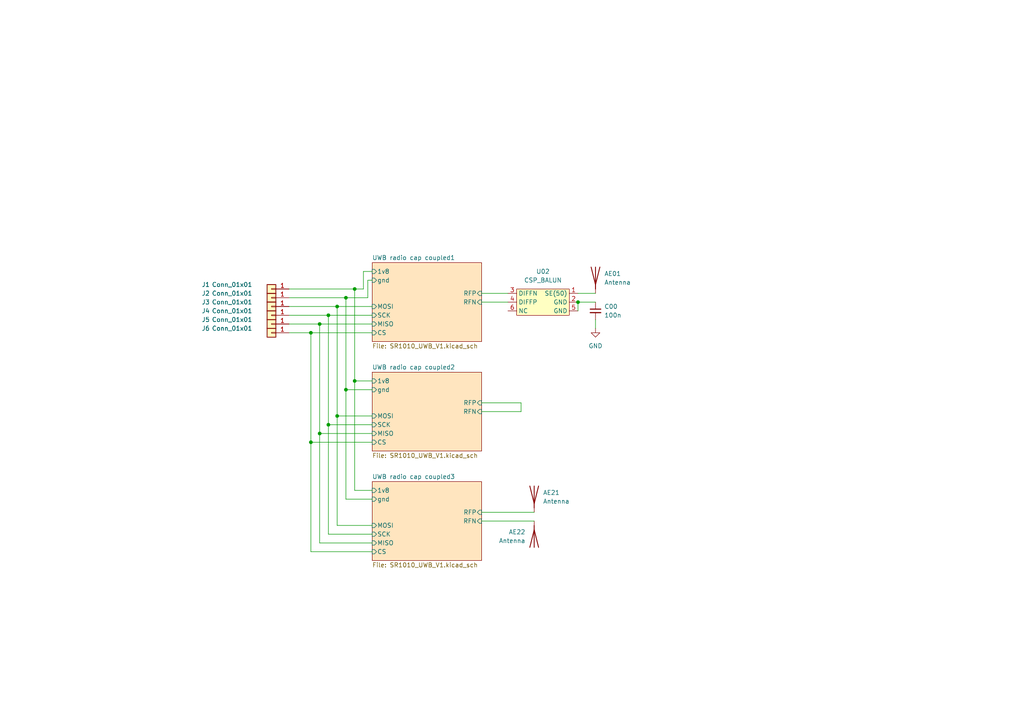
<source format=kicad_sch>
(kicad_sch (version 20211123) (generator eeschema)

  (uuid e63e39d7-6ac0-4ffd-8aa3-1841a4541b55)

  (paper "A4")

  (lib_symbols
    (symbol "0_kicad_custom_symbols:CSP_BALUN" (in_bom yes) (on_board yes)
      (property "Reference" "U" (id 0) (at 0 5.08 0)
        (effects (font (size 1.27 1.27)))
      )
      (property "Value" "CSP_BALUN" (id 1) (at 0 5.08 0)
        (effects (font (size 1.27 1.27)))
      )
      (property "Footprint" "" (id 2) (at 0 5.08 0)
        (effects (font (size 1.27 1.27)) hide)
      )
      (property "Datasheet" "" (id 3) (at 0 5.08 0)
        (effects (font (size 1.27 1.27)) hide)
      )
      (symbol "CSP_BALUN_0_0"
        (pin unspecified line (at 10.16 2.54 180) (length 2.54)
          (name "SE(50)" (effects (font (size 1.27 1.27))))
          (number "1" (effects (font (size 1.27 1.27))))
        )
        (pin unspecified line (at 10.16 0 180) (length 2.54)
          (name "GND" (effects (font (size 1.27 1.27))))
          (number "2" (effects (font (size 1.27 1.27))))
        )
        (pin unspecified line (at -10.16 2.54 0) (length 2.54)
          (name "DIFFN" (effects (font (size 1.27 1.27))))
          (number "3" (effects (font (size 1.27 1.27))))
        )
        (pin unspecified line (at -10.16 0 0) (length 2.54)
          (name "DIFFP" (effects (font (size 1.27 1.27))))
          (number "4" (effects (font (size 1.27 1.27))))
        )
        (pin unspecified line (at 10.16 -2.54 180) (length 2.54)
          (name "GND" (effects (font (size 1.27 1.27))))
          (number "5" (effects (font (size 1.27 1.27))))
        )
        (pin unspecified line (at -10.16 -2.54 0) (length 2.54)
          (name "NC" (effects (font (size 1.27 1.27))))
          (number "6" (effects (font (size 1.27 1.27))))
        )
      )
      (symbol "CSP_BALUN_0_1"
        (rectangle (start -7.62 -3.81) (end 7.62 3.81)
          (stroke (width 0) (type default) (color 0 0 0 0))
          (fill (type background))
        )
      )
    )
    (symbol "Connector_Generic:Conn_01x01" (pin_names (offset 1.016) hide) (in_bom yes) (on_board yes)
      (property "Reference" "J" (id 0) (at 0 2.54 0)
        (effects (font (size 1.27 1.27)))
      )
      (property "Value" "Conn_01x01" (id 1) (at 0 -2.54 0)
        (effects (font (size 1.27 1.27)))
      )
      (property "Footprint" "" (id 2) (at 0 0 0)
        (effects (font (size 1.27 1.27)) hide)
      )
      (property "Datasheet" "~" (id 3) (at 0 0 0)
        (effects (font (size 1.27 1.27)) hide)
      )
      (property "ki_keywords" "connector" (id 4) (at 0 0 0)
        (effects (font (size 1.27 1.27)) hide)
      )
      (property "ki_description" "Generic connector, single row, 01x01, script generated (kicad-library-utils/schlib/autogen/connector/)" (id 5) (at 0 0 0)
        (effects (font (size 1.27 1.27)) hide)
      )
      (property "ki_fp_filters" "Connector*:*_1x??_*" (id 6) (at 0 0 0)
        (effects (font (size 1.27 1.27)) hide)
      )
      (symbol "Conn_01x01_1_1"
        (rectangle (start -1.27 0.127) (end 0 -0.127)
          (stroke (width 0.1524) (type default) (color 0 0 0 0))
          (fill (type none))
        )
        (rectangle (start -1.27 1.27) (end 1.27 -1.27)
          (stroke (width 0.254) (type default) (color 0 0 0 0))
          (fill (type background))
        )
        (pin passive line (at -5.08 0 0) (length 3.81)
          (name "Pin_1" (effects (font (size 1.27 1.27))))
          (number "1" (effects (font (size 1.27 1.27))))
        )
      )
    )
    (symbol "Device:Antenna" (pin_numbers hide) (pin_names (offset 1.016) hide) (in_bom yes) (on_board yes)
      (property "Reference" "AE" (id 0) (at -1.905 1.905 0)
        (effects (font (size 1.27 1.27)) (justify right))
      )
      (property "Value" "Antenna" (id 1) (at -1.905 0 0)
        (effects (font (size 1.27 1.27)) (justify right))
      )
      (property "Footprint" "" (id 2) (at 0 0 0)
        (effects (font (size 1.27 1.27)) hide)
      )
      (property "Datasheet" "~" (id 3) (at 0 0 0)
        (effects (font (size 1.27 1.27)) hide)
      )
      (property "ki_keywords" "antenna" (id 4) (at 0 0 0)
        (effects (font (size 1.27 1.27)) hide)
      )
      (property "ki_description" "Antenna" (id 5) (at 0 0 0)
        (effects (font (size 1.27 1.27)) hide)
      )
      (symbol "Antenna_0_1"
        (polyline
          (pts
            (xy 0 2.54)
            (xy 0 -3.81)
          )
          (stroke (width 0.254) (type default) (color 0 0 0 0))
          (fill (type none))
        )
        (polyline
          (pts
            (xy 1.27 2.54)
            (xy 0 -2.54)
            (xy -1.27 2.54)
          )
          (stroke (width 0.254) (type default) (color 0 0 0 0))
          (fill (type none))
        )
      )
      (symbol "Antenna_1_1"
        (pin input line (at 0 -5.08 90) (length 2.54)
          (name "A" (effects (font (size 1.27 1.27))))
          (number "1" (effects (font (size 1.27 1.27))))
        )
      )
    )
    (symbol "Device:C_Small" (pin_numbers hide) (pin_names (offset 0.254) hide) (in_bom yes) (on_board yes)
      (property "Reference" "C" (id 0) (at 0.254 1.778 0)
        (effects (font (size 1.27 1.27)) (justify left))
      )
      (property "Value" "C_Small" (id 1) (at 0.254 -2.032 0)
        (effects (font (size 1.27 1.27)) (justify left))
      )
      (property "Footprint" "" (id 2) (at 0 0 0)
        (effects (font (size 1.27 1.27)) hide)
      )
      (property "Datasheet" "~" (id 3) (at 0 0 0)
        (effects (font (size 1.27 1.27)) hide)
      )
      (property "ki_keywords" "capacitor cap" (id 4) (at 0 0 0)
        (effects (font (size 1.27 1.27)) hide)
      )
      (property "ki_description" "Unpolarized capacitor, small symbol" (id 5) (at 0 0 0)
        (effects (font (size 1.27 1.27)) hide)
      )
      (property "ki_fp_filters" "C_*" (id 6) (at 0 0 0)
        (effects (font (size 1.27 1.27)) hide)
      )
      (symbol "C_Small_0_1"
        (polyline
          (pts
            (xy -1.524 -0.508)
            (xy 1.524 -0.508)
          )
          (stroke (width 0.3302) (type default) (color 0 0 0 0))
          (fill (type none))
        )
        (polyline
          (pts
            (xy -1.524 0.508)
            (xy 1.524 0.508)
          )
          (stroke (width 0.3048) (type default) (color 0 0 0 0))
          (fill (type none))
        )
      )
      (symbol "C_Small_1_1"
        (pin passive line (at 0 2.54 270) (length 2.032)
          (name "~" (effects (font (size 1.27 1.27))))
          (number "1" (effects (font (size 1.27 1.27))))
        )
        (pin passive line (at 0 -2.54 90) (length 2.032)
          (name "~" (effects (font (size 1.27 1.27))))
          (number "2" (effects (font (size 1.27 1.27))))
        )
      )
    )
    (symbol "power:GND" (power) (pin_names (offset 0)) (in_bom yes) (on_board yes)
      (property "Reference" "#PWR" (id 0) (at 0 -6.35 0)
        (effects (font (size 1.27 1.27)) hide)
      )
      (property "Value" "GND" (id 1) (at 0 -3.81 0)
        (effects (font (size 1.27 1.27)))
      )
      (property "Footprint" "" (id 2) (at 0 0 0)
        (effects (font (size 1.27 1.27)) hide)
      )
      (property "Datasheet" "" (id 3) (at 0 0 0)
        (effects (font (size 1.27 1.27)) hide)
      )
      (property "ki_keywords" "power-flag" (id 4) (at 0 0 0)
        (effects (font (size 1.27 1.27)) hide)
      )
      (property "ki_description" "Power symbol creates a global label with name \"GND\" , ground" (id 5) (at 0 0 0)
        (effects (font (size 1.27 1.27)) hide)
      )
      (symbol "GND_0_1"
        (polyline
          (pts
            (xy 0 0)
            (xy 0 -1.27)
            (xy 1.27 -1.27)
            (xy 0 -2.54)
            (xy -1.27 -1.27)
            (xy 0 -1.27)
          )
          (stroke (width 0) (type default) (color 0 0 0 0))
          (fill (type none))
        )
      )
      (symbol "GND_1_1"
        (pin power_in line (at 0 0 270) (length 0) hide
          (name "GND" (effects (font (size 1.27 1.27))))
          (number "1" (effects (font (size 1.27 1.27))))
        )
      )
    )
  )

  (junction (at 95.25 91.44) (diameter 0) (color 0 0 0 0)
    (uuid 2c0560a1-be8a-48a3-8a3c-5e7d8de9fd5f)
  )
  (junction (at 102.87 83.82) (diameter 0) (color 0 0 0 0)
    (uuid 2d22f6f5-2b82-402b-ab77-8bbcfb8e8184)
  )
  (junction (at 167.64 87.63) (diameter 0) (color 0 0 0 0)
    (uuid 3a370002-6dfb-4cf9-b2d5-b8555038e786)
  )
  (junction (at 97.79 88.9) (diameter 0) (color 0 0 0 0)
    (uuid 46abeb86-7085-4942-929a-321e8e945b92)
  )
  (junction (at 90.17 128.27) (diameter 0) (color 0 0 0 0)
    (uuid 5174458f-93e5-4333-84ff-ed00e3163591)
  )
  (junction (at 100.33 113.03) (diameter 0) (color 0 0 0 0)
    (uuid 5dfd1e70-9b84-4a08-ac8e-b6eb1cee1aa0)
  )
  (junction (at 92.71 125.73) (diameter 0) (color 0 0 0 0)
    (uuid 7bcf101c-a91f-4953-8f7c-09e80916611d)
  )
  (junction (at 97.79 120.65) (diameter 0) (color 0 0 0 0)
    (uuid 7d3c4a1a-bf02-48cd-b874-1fc171fc6c34)
  )
  (junction (at 90.17 96.52) (diameter 0) (color 0 0 0 0)
    (uuid 812cb2a6-c129-466b-9403-8be9ad5fe9be)
  )
  (junction (at 95.25 123.19) (diameter 0) (color 0 0 0 0)
    (uuid c2272224-439e-4ecb-954c-2ddc8fa69d71)
  )
  (junction (at 102.87 110.49) (diameter 0) (color 0 0 0 0)
    (uuid e99fa8e5-2b99-4b05-a15d-7d9303c111cb)
  )
  (junction (at 100.33 86.36) (diameter 0) (color 0 0 0 0)
    (uuid ed4c2d07-6b7d-4f00-b854-50e86e489075)
  )
  (junction (at 92.71 93.98) (diameter 0) (color 0 0 0 0)
    (uuid fafa9691-72ad-48f3-aea2-c2b0153d7f2f)
  )

  (wire (pts (xy 97.79 152.4) (xy 107.95 152.4))
    (stroke (width 0) (type default) (color 0 0 0 0))
    (uuid 03cbd7d3-5814-4cd2-946f-a48008c3928c)
  )
  (wire (pts (xy 90.17 128.27) (xy 90.17 96.52))
    (stroke (width 0) (type default) (color 0 0 0 0))
    (uuid 08fc19db-5f0e-4c4b-886b-bfb52488832f)
  )
  (wire (pts (xy 83.82 93.98) (xy 92.71 93.98))
    (stroke (width 0) (type default) (color 0 0 0 0))
    (uuid 09e1c584-5ec3-461b-838c-6f8b3ed69c40)
  )
  (wire (pts (xy 95.25 91.44) (xy 107.95 91.44))
    (stroke (width 0) (type default) (color 0 0 0 0))
    (uuid 1043c7c7-45da-49b1-8c79-9e93872455d5)
  )
  (wire (pts (xy 107.95 110.49) (xy 102.87 110.49))
    (stroke (width 0) (type default) (color 0 0 0 0))
    (uuid 1230f0dd-b101-4592-947b-7227aae1f242)
  )
  (wire (pts (xy 90.17 160.02) (xy 107.95 160.02))
    (stroke (width 0) (type default) (color 0 0 0 0))
    (uuid 13c68a0d-8683-4856-a80e-9c1618a2a262)
  )
  (wire (pts (xy 102.87 110.49) (xy 102.87 142.24))
    (stroke (width 0) (type default) (color 0 0 0 0))
    (uuid 1acddd9b-72c7-4d81-9a31-840b992fbc61)
  )
  (wire (pts (xy 167.64 87.63) (xy 172.72 87.63))
    (stroke (width 0) (type default) (color 0 0 0 0))
    (uuid 21e909d4-b890-41d8-8cfa-0cff184ecafa)
  )
  (wire (pts (xy 106.68 86.36) (xy 106.68 81.28))
    (stroke (width 0) (type default) (color 0 0 0 0))
    (uuid 2f977fd8-8e6a-4147-8e9d-217e0e9657cc)
  )
  (wire (pts (xy 83.82 83.82) (xy 102.87 83.82))
    (stroke (width 0) (type default) (color 0 0 0 0))
    (uuid 368f333d-218a-4bbd-9879-5d241ee7cf84)
  )
  (wire (pts (xy 97.79 120.65) (xy 97.79 152.4))
    (stroke (width 0) (type default) (color 0 0 0 0))
    (uuid 3bcb29e1-14ac-4f15-85fd-c6f27bfc14fc)
  )
  (wire (pts (xy 107.95 125.73) (xy 92.71 125.73))
    (stroke (width 0) (type default) (color 0 0 0 0))
    (uuid 49a5c769-59d5-4226-b40b-06ec28458d70)
  )
  (wire (pts (xy 102.87 83.82) (xy 105.41 83.82))
    (stroke (width 0) (type default) (color 0 0 0 0))
    (uuid 4f417245-fa67-4dc2-b01e-ab45db6a31a4)
  )
  (wire (pts (xy 83.82 91.44) (xy 95.25 91.44))
    (stroke (width 0) (type default) (color 0 0 0 0))
    (uuid 4f569537-f4ae-4444-9b63-80f00b8e3ea0)
  )
  (wire (pts (xy 97.79 88.9) (xy 107.95 88.9))
    (stroke (width 0) (type default) (color 0 0 0 0))
    (uuid 53ddb89e-87bf-472e-8663-d4f24f779e3a)
  )
  (wire (pts (xy 167.64 85.09) (xy 172.72 85.09))
    (stroke (width 0) (type default) (color 0 0 0 0))
    (uuid 54995839-eb8f-4aad-8b6a-fe523a971ba9)
  )
  (wire (pts (xy 151.13 119.38) (xy 151.13 116.84))
    (stroke (width 0) (type default) (color 0 0 0 0))
    (uuid 594c529b-52bc-4417-bf44-e3ca6254c640)
  )
  (wire (pts (xy 167.64 87.63) (xy 167.64 90.17))
    (stroke (width 0) (type default) (color 0 0 0 0))
    (uuid 5d367779-3fe0-43a6-8cbd-264e98867a9d)
  )
  (wire (pts (xy 90.17 96.52) (xy 107.95 96.52))
    (stroke (width 0) (type default) (color 0 0 0 0))
    (uuid 5fa74d2c-cca7-4a3d-a735-d625f8ff77b5)
  )
  (wire (pts (xy 100.33 113.03) (xy 100.33 86.36))
    (stroke (width 0) (type default) (color 0 0 0 0))
    (uuid 63e08e98-e111-4eef-b64d-39dcda4e54df)
  )
  (wire (pts (xy 107.95 128.27) (xy 90.17 128.27))
    (stroke (width 0) (type default) (color 0 0 0 0))
    (uuid 689bab9a-ca2a-4ac0-87f3-7c0e00176f5c)
  )
  (wire (pts (xy 172.72 92.71) (xy 172.72 95.25))
    (stroke (width 0) (type default) (color 0 0 0 0))
    (uuid 70c8fa6e-1496-4703-b76e-540c82b69fbd)
  )
  (wire (pts (xy 139.7 116.84) (xy 151.13 116.84))
    (stroke (width 0) (type default) (color 0 0 0 0))
    (uuid 76ad91e6-9253-4b15-bac7-5ed6305dc47c)
  )
  (wire (pts (xy 97.79 120.65) (xy 97.79 88.9))
    (stroke (width 0) (type default) (color 0 0 0 0))
    (uuid 7dd256b7-3768-4d97-b648-2bd776457a19)
  )
  (wire (pts (xy 139.7 85.09) (xy 147.32 85.09))
    (stroke (width 0) (type default) (color 0 0 0 0))
    (uuid 7fcae3f4-1b1c-4f9f-9cfd-4e598b5e1488)
  )
  (wire (pts (xy 90.17 128.27) (xy 90.17 160.02))
    (stroke (width 0) (type default) (color 0 0 0 0))
    (uuid 83c76e57-a0a1-415f-8454-6629a89b4037)
  )
  (wire (pts (xy 83.82 96.52) (xy 90.17 96.52))
    (stroke (width 0) (type default) (color 0 0 0 0))
    (uuid 8885be88-c4e7-4b1a-b1bf-18ae7a503cb8)
  )
  (wire (pts (xy 105.41 78.74) (xy 107.95 78.74))
    (stroke (width 0) (type default) (color 0 0 0 0))
    (uuid 9b664edd-9026-46e2-9164-e2b4169d7d7f)
  )
  (wire (pts (xy 92.71 125.73) (xy 92.71 93.98))
    (stroke (width 0) (type default) (color 0 0 0 0))
    (uuid 9e12f23a-1315-4757-abf2-1ad2052209d3)
  )
  (wire (pts (xy 83.82 86.36) (xy 100.33 86.36))
    (stroke (width 0) (type default) (color 0 0 0 0))
    (uuid 9f220d5f-280d-4478-afe0-8bd1f21c3777)
  )
  (wire (pts (xy 105.41 83.82) (xy 105.41 78.74))
    (stroke (width 0) (type default) (color 0 0 0 0))
    (uuid 9ff6293b-68f9-43a8-970e-2fb5515952e5)
  )
  (wire (pts (xy 92.71 125.73) (xy 92.71 157.48))
    (stroke (width 0) (type default) (color 0 0 0 0))
    (uuid a9a920e0-1a13-4508-9b51-cf322df63cee)
  )
  (wire (pts (xy 100.33 113.03) (xy 100.33 144.78))
    (stroke (width 0) (type default) (color 0 0 0 0))
    (uuid aa5fd532-d2e8-4f39-8f10-828acadeef82)
  )
  (wire (pts (xy 106.68 81.28) (xy 107.95 81.28))
    (stroke (width 0) (type default) (color 0 0 0 0))
    (uuid ad7f7a2c-ee50-4b3a-89de-84afdf3f8972)
  )
  (wire (pts (xy 139.7 87.63) (xy 147.32 87.63))
    (stroke (width 0) (type default) (color 0 0 0 0))
    (uuid ae39b3a6-51bc-480c-b573-0d260721f9c1)
  )
  (wire (pts (xy 102.87 110.49) (xy 102.87 83.82))
    (stroke (width 0) (type default) (color 0 0 0 0))
    (uuid ae5a2be3-bd5c-43f1-bd05-9cb0517bf349)
  )
  (wire (pts (xy 92.71 93.98) (xy 107.95 93.98))
    (stroke (width 0) (type default) (color 0 0 0 0))
    (uuid b627b1e0-2551-4a73-b76f-68cbe83b5123)
  )
  (wire (pts (xy 139.7 151.13) (xy 154.94 151.13))
    (stroke (width 0) (type default) (color 0 0 0 0))
    (uuid b7a8345b-f7f9-40ae-af11-a969c1d7c015)
  )
  (wire (pts (xy 102.87 142.24) (xy 107.95 142.24))
    (stroke (width 0) (type default) (color 0 0 0 0))
    (uuid b7c201c6-6e19-4b5b-ae63-1a06b7c88388)
  )
  (wire (pts (xy 95.25 123.19) (xy 95.25 91.44))
    (stroke (width 0) (type default) (color 0 0 0 0))
    (uuid c12aed5b-8906-4dc9-9d64-f1c6ead5c7df)
  )
  (wire (pts (xy 92.71 157.48) (xy 107.95 157.48))
    (stroke (width 0) (type default) (color 0 0 0 0))
    (uuid c465fa13-89b3-4ccb-9184-87067eb64f1d)
  )
  (wire (pts (xy 107.95 120.65) (xy 97.79 120.65))
    (stroke (width 0) (type default) (color 0 0 0 0))
    (uuid cc866a56-95f7-4062-90c1-5b0572fb8b19)
  )
  (wire (pts (xy 139.7 119.38) (xy 151.13 119.38))
    (stroke (width 0) (type default) (color 0 0 0 0))
    (uuid d265ef25-815b-4449-8e80-993ed9de3b79)
  )
  (wire (pts (xy 107.95 113.03) (xy 100.33 113.03))
    (stroke (width 0) (type default) (color 0 0 0 0))
    (uuid d4266619-f8f5-4b63-8105-32ca88cbcde3)
  )
  (wire (pts (xy 107.95 123.19) (xy 95.25 123.19))
    (stroke (width 0) (type default) (color 0 0 0 0))
    (uuid d484472b-64db-4113-8d3c-2710304d33c7)
  )
  (wire (pts (xy 139.7 148.59) (xy 154.94 148.59))
    (stroke (width 0) (type default) (color 0 0 0 0))
    (uuid dcb796bd-7d5d-4050-a0d5-64ace7258a87)
  )
  (wire (pts (xy 95.25 123.19) (xy 95.25 154.94))
    (stroke (width 0) (type default) (color 0 0 0 0))
    (uuid df71d3c0-057d-4093-8c72-be4d6bfde21e)
  )
  (wire (pts (xy 95.25 154.94) (xy 107.95 154.94))
    (stroke (width 0) (type default) (color 0 0 0 0))
    (uuid e752efd5-90a7-410f-8853-5ef847e7d5a6)
  )
  (wire (pts (xy 100.33 86.36) (xy 106.68 86.36))
    (stroke (width 0) (type default) (color 0 0 0 0))
    (uuid e82b6e74-eaa8-4ebc-9db9-ea857a3fb2c2)
  )
  (wire (pts (xy 100.33 144.78) (xy 107.95 144.78))
    (stroke (width 0) (type default) (color 0 0 0 0))
    (uuid ef5948f2-1d53-4df4-88c7-6d047aa8e1e1)
  )
  (wire (pts (xy 83.82 88.9) (xy 97.79 88.9))
    (stroke (width 0) (type default) (color 0 0 0 0))
    (uuid fdd59a49-85df-432b-8281-978432e051b8)
  )

  (symbol (lib_id "power:GND") (at 172.72 95.25 0) (unit 1)
    (in_bom yes) (on_board yes) (fields_autoplaced)
    (uuid 153a91b1-4ee0-44bd-814e-7bf2ce10885e)
    (property "Reference" "#PWR0101" (id 0) (at 172.72 101.6 0)
      (effects (font (size 1.27 1.27)) hide)
    )
    (property "Value" "GND" (id 1) (at 172.72 100.33 0))
    (property "Footprint" "" (id 2) (at 172.72 95.25 0)
      (effects (font (size 1.27 1.27)) hide)
    )
    (property "Datasheet" "" (id 3) (at 172.72 95.25 0)
      (effects (font (size 1.27 1.27)) hide)
    )
    (pin "1" (uuid 6117cdd0-e954-44ae-9cb6-01b213233995))
  )

  (symbol (lib_id "0_kicad_custom_symbols:CSP_BALUN") (at 157.48 87.63 0) (unit 1)
    (in_bom yes) (on_board yes) (fields_autoplaced)
    (uuid 233babc5-2ee1-4db1-a7ad-33f8202317a2)
    (property "Reference" "U02" (id 0) (at 157.48 78.74 0))
    (property "Value" "" (id 1) (at 157.48 81.28 0))
    (property "Footprint" "" (id 2) (at 157.48 82.55 0)
      (effects (font (size 1.27 1.27)) hide)
    )
    (property "Datasheet" "" (id 3) (at 157.48 82.55 0)
      (effects (font (size 1.27 1.27)) hide)
    )
    (pin "1" (uuid 889ba065-15cd-421a-9b3b-2a69ee0dbb69))
    (pin "2" (uuid 67f7c7e2-0a64-4171-a682-a58f674ffadf))
    (pin "3" (uuid 52e2e555-5cbc-4500-8e76-af1e99c56847))
    (pin "4" (uuid 6b12f707-5f00-4a64-ac29-512c3f0dd805))
    (pin "5" (uuid f374a6dc-64dc-46d2-b4bc-21569de6c265))
    (pin "6" (uuid 11dc7b22-523b-476c-bf9d-aa8b360a1a8c))
  )

  (symbol (lib_id "Device:Antenna") (at 154.94 143.51 0) (unit 1)
    (in_bom yes) (on_board yes) (fields_autoplaced)
    (uuid 34c5eb1d-4656-4b1d-a728-bd5e215602f2)
    (property "Reference" "AE21" (id 0) (at 157.48 142.8749 0)
      (effects (font (size 1.27 1.27)) (justify left))
    )
    (property "Value" "" (id 1) (at 157.48 145.4149 0)
      (effects (font (size 1.27 1.27)) (justify left))
    )
    (property "Footprint" "" (id 2) (at 154.94 143.51 0)
      (effects (font (size 1.27 1.27)) hide)
    )
    (property "Datasheet" "~" (id 3) (at 154.94 143.51 0)
      (effects (font (size 1.27 1.27)) hide)
    )
    (pin "1" (uuid bd37c047-9e42-41a0-8fe2-b2b69456c1de))
  )

  (symbol (lib_id "Connector_Generic:Conn_01x01") (at 78.74 93.98 0) (mirror y) (unit 1)
    (in_bom yes) (on_board yes)
    (uuid 3b96ccb3-b75a-4958-bc8f-be376da47b6e)
    (property "Reference" "J5" (id 0) (at 59.69 92.71 0))
    (property "Value" "Conn_01x01" (id 1) (at 67.31 92.71 0))
    (property "Footprint" "0_kicad_custom_footprints:modular_pinhead_SMD" (id 2) (at 78.74 93.98 0)
      (effects (font (size 1.27 1.27)) hide)
    )
    (property "Datasheet" "~" (id 3) (at 78.74 93.98 0)
      (effects (font (size 1.27 1.27)) hide)
    )
    (pin "1" (uuid 77ed58e0-ee59-4a95-a02f-0c4394b9a6de))
  )

  (symbol (lib_id "Connector_Generic:Conn_01x01") (at 78.74 96.52 0) (mirror y) (unit 1)
    (in_bom yes) (on_board yes)
    (uuid 3d5c7888-e454-461a-a0d1-5e1bd640bedc)
    (property "Reference" "J6" (id 0) (at 59.69 95.25 0))
    (property "Value" "Conn_01x01" (id 1) (at 67.31 95.25 0))
    (property "Footprint" "0_kicad_custom_footprints:modular_pinhead_SMD" (id 2) (at 78.74 96.52 0)
      (effects (font (size 1.27 1.27)) hide)
    )
    (property "Datasheet" "~" (id 3) (at 78.74 96.52 0)
      (effects (font (size 1.27 1.27)) hide)
    )
    (pin "1" (uuid 43628d9e-2da7-480c-9fc1-77c71c730931))
  )

  (symbol (lib_id "Device:Antenna") (at 172.72 80.01 0) (unit 1)
    (in_bom yes) (on_board yes) (fields_autoplaced)
    (uuid 44915a0f-c0d5-4949-8d72-e43211cef045)
    (property "Reference" "AE01" (id 0) (at 175.26 79.3749 0)
      (effects (font (size 1.27 1.27)) (justify left))
    )
    (property "Value" "" (id 1) (at 175.26 81.9149 0)
      (effects (font (size 1.27 1.27)) (justify left))
    )
    (property "Footprint" "" (id 2) (at 172.72 80.01 0)
      (effects (font (size 1.27 1.27)) hide)
    )
    (property "Datasheet" "~" (id 3) (at 172.72 80.01 0)
      (effects (font (size 1.27 1.27)) hide)
    )
    (pin "1" (uuid 5ff544fd-8879-4d88-a0f2-45480ed2c6ca))
  )

  (symbol (lib_id "Device:C_Small") (at 172.72 90.17 0) (unit 1)
    (in_bom yes) (on_board yes) (fields_autoplaced)
    (uuid 4659fd43-4d86-4018-a328-f40242e3d627)
    (property "Reference" "C00" (id 0) (at 175.26 88.9062 0)
      (effects (font (size 1.27 1.27)) (justify left))
    )
    (property "Value" "" (id 1) (at 175.26 91.4462 0)
      (effects (font (size 1.27 1.27)) (justify left))
    )
    (property "Footprint" "" (id 2) (at 172.72 90.17 0)
      (effects (font (size 1.27 1.27)) hide)
    )
    (property "Datasheet" "~" (id 3) (at 172.72 90.17 0)
      (effects (font (size 1.27 1.27)) hide)
    )
    (pin "1" (uuid fb92f7c5-685b-46f7-a70f-f0b462599476))
    (pin "2" (uuid ba948a44-8586-41d4-a8a7-284a127bf462))
  )

  (symbol (lib_id "Connector_Generic:Conn_01x01") (at 78.74 91.44 0) (mirror y) (unit 1)
    (in_bom yes) (on_board yes)
    (uuid 792c2c64-934d-47af-bba0-c9377fd4d2fb)
    (property "Reference" "J4" (id 0) (at 59.69 90.17 0))
    (property "Value" "Conn_01x01" (id 1) (at 67.31 90.17 0))
    (property "Footprint" "0_kicad_custom_footprints:modular_pinhead_SMD" (id 2) (at 78.74 91.44 0)
      (effects (font (size 1.27 1.27)) hide)
    )
    (property "Datasheet" "~" (id 3) (at 78.74 91.44 0)
      (effects (font (size 1.27 1.27)) hide)
    )
    (pin "1" (uuid 7ecde13d-d15b-4020-8557-f02fa4e8d9c4))
  )

  (symbol (lib_id "Connector_Generic:Conn_01x01") (at 78.74 88.9 0) (mirror y) (unit 1)
    (in_bom yes) (on_board yes)
    (uuid a0bc57b4-f50a-47cc-84bc-1b41aac6508e)
    (property "Reference" "J3" (id 0) (at 59.69 87.63 0))
    (property "Value" "Conn_01x01" (id 1) (at 67.31 87.63 0))
    (property "Footprint" "0_kicad_custom_footprints:modular_pinhead_SMD" (id 2) (at 78.74 88.9 0)
      (effects (font (size 1.27 1.27)) hide)
    )
    (property "Datasheet" "~" (id 3) (at 78.74 88.9 0)
      (effects (font (size 1.27 1.27)) hide)
    )
    (pin "1" (uuid eb11fbc2-1bca-4e54-9802-2698d8ecdd3a))
  )

  (symbol (lib_id "Connector_Generic:Conn_01x01") (at 78.74 83.82 0) (mirror y) (unit 1)
    (in_bom yes) (on_board yes)
    (uuid cf9f6735-544d-422a-a8bc-793f159fb537)
    (property "Reference" "J1" (id 0) (at 59.69 82.55 0))
    (property "Value" "" (id 1) (at 67.31 82.55 0))
    (property "Footprint" "" (id 2) (at 78.74 83.82 0)
      (effects (font (size 1.27 1.27)) hide)
    )
    (property "Datasheet" "~" (id 3) (at 78.74 83.82 0)
      (effects (font (size 1.27 1.27)) hide)
    )
    (pin "1" (uuid 33b8c99d-37fd-4719-9565-842c84becac1))
  )

  (symbol (lib_id "Device:Antenna") (at 154.94 156.21 0) (mirror x) (unit 1)
    (in_bom yes) (on_board yes) (fields_autoplaced)
    (uuid dd4adb73-08d0-4806-9717-8f71d31c49f6)
    (property "Reference" "AE22" (id 0) (at 152.4 154.3049 0)
      (effects (font (size 1.27 1.27)) (justify right))
    )
    (property "Value" "" (id 1) (at 152.4 156.8449 0)
      (effects (font (size 1.27 1.27)) (justify right))
    )
    (property "Footprint" "" (id 2) (at 154.94 156.21 0)
      (effects (font (size 1.27 1.27)) hide)
    )
    (property "Datasheet" "~" (id 3) (at 154.94 156.21 0)
      (effects (font (size 1.27 1.27)) hide)
    )
    (pin "1" (uuid 60869062-072f-41d0-b18d-c9ee552c039e))
  )

  (symbol (lib_id "Connector_Generic:Conn_01x01") (at 78.74 86.36 0) (mirror y) (unit 1)
    (in_bom yes) (on_board yes)
    (uuid e62e769e-78d1-4255-a0b9-8ee63e08798b)
    (property "Reference" "J2" (id 0) (at 59.69 85.09 0))
    (property "Value" "Conn_01x01" (id 1) (at 67.31 85.09 0))
    (property "Footprint" "0_kicad_custom_footprints:modular_pinhead_SMD" (id 2) (at 78.74 86.36 0)
      (effects (font (size 1.27 1.27)) hide)
    )
    (property "Datasheet" "~" (id 3) (at 78.74 86.36 0)
      (effects (font (size 1.27 1.27)) hide)
    )
    (pin "1" (uuid c769b0b8-ebf5-498f-8659-a639e3a267f8))
  )

  (sheet (at 107.95 76.2) (size 31.75 22.86) (fields_autoplaced)
    (stroke (width 0.1524) (type solid) (color 0 0 0 0))
    (fill (color 255 229 191 1.0000))
    (uuid 07311825-9049-4f19-a02b-724d596ca2a0)
    (property "Sheet name" "UWB radio cap coupled1" (id 0) (at 107.95 75.4884 0)
      (effects (font (size 1.27 1.27)) (justify left bottom))
    )
    (property "Sheet file" "SR1010_UWB_V1.kicad_sch" (id 1) (at 107.95 99.6446 0)
      (effects (font (size 1.27 1.27)) (justify left top))
    )
    (pin "gnd" input (at 107.95 81.28 180)
      (effects (font (size 1.27 1.27)) (justify left))
      (uuid 2c5add03-46d1-4bd9-b7b0-2478a389aada)
    )
    (pin "1v8" input (at 107.95 78.74 180)
      (effects (font (size 1.27 1.27)) (justify left))
      (uuid 26797f64-86e4-46de-b7a2-d29a92538832)
    )
    (pin "MOSI" input (at 107.95 88.9 180)
      (effects (font (size 1.27 1.27)) (justify left))
      (uuid 4eecd586-928d-479f-ba2c-ab672aa4aad8)
    )
    (pin "SCK" input (at 107.95 91.44 180)
      (effects (font (size 1.27 1.27)) (justify left))
      (uuid 1930b209-f7d8-46ed-9ea8-721cede699dd)
    )
    (pin "MISO" input (at 107.95 93.98 180)
      (effects (font (size 1.27 1.27)) (justify left))
      (uuid 7f2a6e62-e067-4b82-809f-dd586f3de2c1)
    )
    (pin "CS" input (at 107.95 96.52 180)
      (effects (font (size 1.27 1.27)) (justify left))
      (uuid 7dcebbca-7af4-483e-b265-2d7136b1eea4)
    )
    (pin "RFN" input (at 139.7 87.63 0)
      (effects (font (size 1.27 1.27)) (justify right))
      (uuid bd57b44a-3e50-42b1-b633-c0d260048a38)
    )
    (pin "RFP" input (at 139.7 85.09 0)
      (effects (font (size 1.27 1.27)) (justify right))
      (uuid 6e242eb2-61dc-46ba-b75a-850dc2895e39)
    )
  )

  (sheet (at 107.95 139.7) (size 31.75 22.86) (fields_autoplaced)
    (stroke (width 0.1524) (type solid) (color 0 0 0 0))
    (fill (color 255 229 191 1.0000))
    (uuid 594517fe-8246-46fb-8301-6c2ea28ce4eb)
    (property "Sheet name" "UWB radio cap coupled3" (id 0) (at 107.95 138.9884 0)
      (effects (font (size 1.27 1.27)) (justify left bottom))
    )
    (property "Sheet file" "SR1010_UWB_V1.kicad_sch" (id 1) (at 107.95 163.1446 0)
      (effects (font (size 1.27 1.27)) (justify left top))
    )
    (pin "gnd" input (at 107.95 144.78 180)
      (effects (font (size 1.27 1.27)) (justify left))
      (uuid 138eb291-dab5-4d65-bc8e-940d4db11c97)
    )
    (pin "1v8" input (at 107.95 142.24 180)
      (effects (font (size 1.27 1.27)) (justify left))
      (uuid 4d038d67-a32e-4dc6-8fc7-3f812e1b8589)
    )
    (pin "MOSI" input (at 107.95 152.4 180)
      (effects (font (size 1.27 1.27)) (justify left))
      (uuid 1bc91ed2-ebff-4263-a01e-5a4f90467cbc)
    )
    (pin "SCK" input (at 107.95 154.94 180)
      (effects (font (size 1.27 1.27)) (justify left))
      (uuid 3f2b9816-0353-4471-8753-8626d6dd2b30)
    )
    (pin "MISO" input (at 107.95 157.48 180)
      (effects (font (size 1.27 1.27)) (justify left))
      (uuid abb4804f-90c8-49f7-87b6-284352a78214)
    )
    (pin "CS" input (at 107.95 160.02 180)
      (effects (font (size 1.27 1.27)) (justify left))
      (uuid 084046c1-2918-4a35-8f93-4c10e8698faa)
    )
    (pin "RFN" input (at 139.7 151.13 0)
      (effects (font (size 1.27 1.27)) (justify right))
      (uuid 68725566-f2fe-4fc1-bc60-a18e00233ddf)
    )
    (pin "RFP" input (at 139.7 148.59 0)
      (effects (font (size 1.27 1.27)) (justify right))
      (uuid 212e9bfc-0d38-4711-b5fb-636b87ae0284)
    )
  )

  (sheet (at 107.95 107.95) (size 31.75 22.86) (fields_autoplaced)
    (stroke (width 0.1524) (type solid) (color 0 0 0 0))
    (fill (color 255 229 191 1.0000))
    (uuid 88ff8438-728b-4cbf-90f7-5d27da871a31)
    (property "Sheet name" "UWB radio cap coupled2" (id 0) (at 107.95 107.2384 0)
      (effects (font (size 1.27 1.27)) (justify left bottom))
    )
    (property "Sheet file" "SR1010_UWB_V1.kicad_sch" (id 1) (at 107.95 131.3946 0)
      (effects (font (size 1.27 1.27)) (justify left top))
    )
    (pin "gnd" input (at 107.95 113.03 180)
      (effects (font (size 1.27 1.27)) (justify left))
      (uuid 6740b4af-53b2-4738-82a9-5d765dddc9af)
    )
    (pin "1v8" input (at 107.95 110.49 180)
      (effects (font (size 1.27 1.27)) (justify left))
      (uuid b7c5c19c-388d-49ea-b7ad-b4012c3c69b9)
    )
    (pin "MOSI" input (at 107.95 120.65 180)
      (effects (font (size 1.27 1.27)) (justify left))
      (uuid f6592a1f-3efa-4d13-bcc5-1f8cecc140ca)
    )
    (pin "SCK" input (at 107.95 123.19 180)
      (effects (font (size 1.27 1.27)) (justify left))
      (uuid 1f9618a1-0f59-401f-b956-43c54e635f91)
    )
    (pin "MISO" input (at 107.95 125.73 180)
      (effects (font (size 1.27 1.27)) (justify left))
      (uuid 2d8ae360-8aa2-4397-bf4d-09d9abd1a9c4)
    )
    (pin "CS" input (at 107.95 128.27 180)
      (effects (font (size 1.27 1.27)) (justify left))
      (uuid befc4635-72a1-4401-b9e0-49b8f7acbd3c)
    )
    (pin "RFN" input (at 139.7 119.38 0)
      (effects (font (size 1.27 1.27)) (justify right))
      (uuid d16cfe3f-3eaf-4a61-b86b-548522439b20)
    )
    (pin "RFP" input (at 139.7 116.84 0)
      (effects (font (size 1.27 1.27)) (justify right))
      (uuid f08984de-b7c7-40d9-a0f0-22091eabe1cb)
    )
  )

  (sheet_instances
    (path "/" (page "1"))
    (path "/07311825-9049-4f19-a02b-724d596ca2a0" (page "2"))
    (path "/88ff8438-728b-4cbf-90f7-5d27da871a31" (page "3"))
    (path "/594517fe-8246-46fb-8301-6c2ea28ce4eb" (page "4"))
  )

  (symbol_instances
    (path "/153a91b1-4ee0-44bd-814e-7bf2ce10885e"
      (reference "#PWR0101") (unit 1) (value "GND") (footprint "")
    )
    (path "/07311825-9049-4f19-a02b-724d596ca2a0/db8d6f5d-6d7a-4e52-aeb1-3fdb18d7057f"
      (reference "#PWR0102") (unit 1) (value "GND") (footprint "")
    )
    (path "/07311825-9049-4f19-a02b-724d596ca2a0/8ca05ad7-48ca-45d1-a61c-8ce2708e7989"
      (reference "#PWR0103") (unit 1) (value "GND") (footprint "")
    )
    (path "/88ff8438-728b-4cbf-90f7-5d27da871a31/db8d6f5d-6d7a-4e52-aeb1-3fdb18d7057f"
      (reference "#PWR0104") (unit 1) (value "GND") (footprint "")
    )
    (path "/88ff8438-728b-4cbf-90f7-5d27da871a31/8ca05ad7-48ca-45d1-a61c-8ce2708e7989"
      (reference "#PWR0105") (unit 1) (value "GND") (footprint "")
    )
    (path "/594517fe-8246-46fb-8301-6c2ea28ce4eb/db8d6f5d-6d7a-4e52-aeb1-3fdb18d7057f"
      (reference "#PWR0106") (unit 1) (value "GND") (footprint "")
    )
    (path "/594517fe-8246-46fb-8301-6c2ea28ce4eb/8ca05ad7-48ca-45d1-a61c-8ce2708e7989"
      (reference "#PWR0107") (unit 1) (value "GND") (footprint "")
    )
    (path "/44915a0f-c0d5-4949-8d72-e43211cef045"
      (reference "AE01") (unit 1) (value "Antenna") (footprint "0_kicad_custom_footprints:antenna_footprint")
    )
    (path "/34c5eb1d-4656-4b1d-a728-bd5e215602f2"
      (reference "AE21") (unit 1) (value "Antenna") (footprint "0_kicad_custom_footprints:antenna_footprint")
    )
    (path "/dd4adb73-08d0-4806-9717-8f71d31c49f6"
      (reference "AE22") (unit 1) (value "Antenna") (footprint "0_kicad_custom_footprints:antenna_footprint")
    )
    (path "/4659fd43-4d86-4018-a328-f40242e3d627"
      (reference "C00") (unit 1) (value "100n") (footprint "Capacitor_SMD:C_0603_1608Metric_Pad1.08x0.95mm_HandSolder")
    )
    (path "/07311825-9049-4f19-a02b-724d596ca2a0/ed0ff0ed-3986-46f0-abf9-4be021c43824"
      (reference "C01") (unit 1) (value "1u") (footprint "Capacitor_SMD:C_0603_1608Metric_Pad1.08x0.95mm_HandSolder")
    )
    (path "/07311825-9049-4f19-a02b-724d596ca2a0/7cbd23f9-3610-4264-860b-52bca94b4075"
      (reference "C02") (unit 1) (value "680p") (footprint "Capacitor_SMD:C_0603_1608Metric_Pad1.08x0.95mm_HandSolder")
    )
    (path "/07311825-9049-4f19-a02b-724d596ca2a0/a18ff18d-52ca-4622-a378-e8f56d04033a"
      (reference "C03") (unit 1) (value "68p") (footprint "Capacitor_SMD:C_0603_1608Metric_Pad1.08x0.95mm_HandSolder")
    )
    (path "/07311825-9049-4f19-a02b-724d596ca2a0/4453b4b4-6975-422f-831a-b6a6b5e9c033"
      (reference "C04") (unit 1) (value "3.9p") (footprint "Capacitor_SMD:C_0603_1608Metric_Pad1.08x0.95mm_HandSolder")
    )
    (path "/07311825-9049-4f19-a02b-724d596ca2a0/846aa9fb-338e-4db0-97fd-7c9c03ac6898"
      (reference "C05") (unit 1) (value "3.9p") (footprint "Capacitor_SMD:C_0603_1608Metric_Pad1.08x0.95mm_HandSolder")
    )
    (path "/07311825-9049-4f19-a02b-724d596ca2a0/240354cc-63da-42da-a0bd-b1e39c7ef835"
      (reference "C06") (unit 1) (value "100n") (footprint "Capacitor_SMD:C_0603_1608Metric_Pad1.08x0.95mm_HandSolder")
    )
    (path "/07311825-9049-4f19-a02b-724d596ca2a0/40c6c1e1-9924-4d31-891b-37d6cbf886e2"
      (reference "C07") (unit 1) (value "100n") (footprint "Capacitor_SMD:C_0603_1608Metric_Pad1.08x0.95mm_HandSolder")
    )
    (path "/07311825-9049-4f19-a02b-724d596ca2a0/03a1448a-da5b-41e1-adc9-bb24d5cc6f7c"
      (reference "C08") (unit 1) (value "100n") (footprint "Capacitor_SMD:C_0603_1608Metric_Pad1.08x0.95mm_HandSolder")
    )
    (path "/07311825-9049-4f19-a02b-724d596ca2a0/4f192f90-1131-4d4c-b98f-6daefae0fd5c"
      (reference "C09") (unit 1) (value "100n") (footprint "Capacitor_SMD:C_0603_1608Metric_Pad1.08x0.95mm_HandSolder")
    )
    (path "/88ff8438-728b-4cbf-90f7-5d27da871a31/ed0ff0ed-3986-46f0-abf9-4be021c43824"
      (reference "C11") (unit 1) (value "1u") (footprint "Capacitor_SMD:C_0603_1608Metric_Pad1.08x0.95mm_HandSolder")
    )
    (path "/88ff8438-728b-4cbf-90f7-5d27da871a31/7cbd23f9-3610-4264-860b-52bca94b4075"
      (reference "C12") (unit 1) (value "680p") (footprint "Capacitor_SMD:C_0603_1608Metric_Pad1.08x0.95mm_HandSolder")
    )
    (path "/88ff8438-728b-4cbf-90f7-5d27da871a31/a18ff18d-52ca-4622-a378-e8f56d04033a"
      (reference "C13") (unit 1) (value "68p") (footprint "Capacitor_SMD:C_0603_1608Metric_Pad1.08x0.95mm_HandSolder")
    )
    (path "/88ff8438-728b-4cbf-90f7-5d27da871a31/4453b4b4-6975-422f-831a-b6a6b5e9c033"
      (reference "C14") (unit 1) (value "3.9p") (footprint "Capacitor_SMD:C_0603_1608Metric_Pad1.08x0.95mm_HandSolder")
    )
    (path "/88ff8438-728b-4cbf-90f7-5d27da871a31/846aa9fb-338e-4db0-97fd-7c9c03ac6898"
      (reference "C15") (unit 1) (value "3.9p") (footprint "Capacitor_SMD:C_0603_1608Metric_Pad1.08x0.95mm_HandSolder")
    )
    (path "/88ff8438-728b-4cbf-90f7-5d27da871a31/240354cc-63da-42da-a0bd-b1e39c7ef835"
      (reference "C16") (unit 1) (value "100n") (footprint "Capacitor_SMD:C_0603_1608Metric_Pad1.08x0.95mm_HandSolder")
    )
    (path "/88ff8438-728b-4cbf-90f7-5d27da871a31/40c6c1e1-9924-4d31-891b-37d6cbf886e2"
      (reference "C17") (unit 1) (value "100n") (footprint "Capacitor_SMD:C_0603_1608Metric_Pad1.08x0.95mm_HandSolder")
    )
    (path "/88ff8438-728b-4cbf-90f7-5d27da871a31/03a1448a-da5b-41e1-adc9-bb24d5cc6f7c"
      (reference "C18") (unit 1) (value "100n") (footprint "Capacitor_SMD:C_0603_1608Metric_Pad1.08x0.95mm_HandSolder")
    )
    (path "/88ff8438-728b-4cbf-90f7-5d27da871a31/4f192f90-1131-4d4c-b98f-6daefae0fd5c"
      (reference "C19") (unit 1) (value "100n") (footprint "Capacitor_SMD:C_0603_1608Metric_Pad1.08x0.95mm_HandSolder")
    )
    (path "/594517fe-8246-46fb-8301-6c2ea28ce4eb/ed0ff0ed-3986-46f0-abf9-4be021c43824"
      (reference "C21") (unit 1) (value "1u") (footprint "Capacitor_SMD:C_0603_1608Metric_Pad1.08x0.95mm_HandSolder")
    )
    (path "/594517fe-8246-46fb-8301-6c2ea28ce4eb/7cbd23f9-3610-4264-860b-52bca94b4075"
      (reference "C22") (unit 1) (value "680p") (footprint "Capacitor_SMD:C_0603_1608Metric_Pad1.08x0.95mm_HandSolder")
    )
    (path "/594517fe-8246-46fb-8301-6c2ea28ce4eb/a18ff18d-52ca-4622-a378-e8f56d04033a"
      (reference "C23") (unit 1) (value "68p") (footprint "Capacitor_SMD:C_0603_1608Metric_Pad1.08x0.95mm_HandSolder")
    )
    (path "/594517fe-8246-46fb-8301-6c2ea28ce4eb/4453b4b4-6975-422f-831a-b6a6b5e9c033"
      (reference "C24") (unit 1) (value "3.9p") (footprint "Capacitor_SMD:C_0603_1608Metric_Pad1.08x0.95mm_HandSolder")
    )
    (path "/594517fe-8246-46fb-8301-6c2ea28ce4eb/846aa9fb-338e-4db0-97fd-7c9c03ac6898"
      (reference "C25") (unit 1) (value "3.9p") (footprint "Capacitor_SMD:C_0603_1608Metric_Pad1.08x0.95mm_HandSolder")
    )
    (path "/594517fe-8246-46fb-8301-6c2ea28ce4eb/240354cc-63da-42da-a0bd-b1e39c7ef835"
      (reference "C26") (unit 1) (value "100n") (footprint "Capacitor_SMD:C_0603_1608Metric_Pad1.08x0.95mm_HandSolder")
    )
    (path "/594517fe-8246-46fb-8301-6c2ea28ce4eb/40c6c1e1-9924-4d31-891b-37d6cbf886e2"
      (reference "C27") (unit 1) (value "100n") (footprint "Capacitor_SMD:C_0603_1608Metric_Pad1.08x0.95mm_HandSolder")
    )
    (path "/594517fe-8246-46fb-8301-6c2ea28ce4eb/03a1448a-da5b-41e1-adc9-bb24d5cc6f7c"
      (reference "C28") (unit 1) (value "100n") (footprint "Capacitor_SMD:C_0603_1608Metric_Pad1.08x0.95mm_HandSolder")
    )
    (path "/594517fe-8246-46fb-8301-6c2ea28ce4eb/4f192f90-1131-4d4c-b98f-6daefae0fd5c"
      (reference "C29") (unit 1) (value "100n") (footprint "Capacitor_SMD:C_0603_1608Metric_Pad1.08x0.95mm_HandSolder")
    )
    (path "/cf9f6735-544d-422a-a8bc-793f159fb537"
      (reference "J1") (unit 1) (value "Conn_01x01") (footprint "0_kicad_custom_footprints:modular_pinhead_SMD")
    )
    (path "/e62e769e-78d1-4255-a0b9-8ee63e08798b"
      (reference "J2") (unit 1) (value "Conn_01x01") (footprint "0_kicad_custom_footprints:modular_pinhead_SMD")
    )
    (path "/a0bc57b4-f50a-47cc-84bc-1b41aac6508e"
      (reference "J3") (unit 1) (value "Conn_01x01") (footprint "0_kicad_custom_footprints:modular_pinhead_SMD")
    )
    (path "/792c2c64-934d-47af-bba0-c9377fd4d2fb"
      (reference "J4") (unit 1) (value "Conn_01x01") (footprint "0_kicad_custom_footprints:modular_pinhead_SMD")
    )
    (path "/3b96ccb3-b75a-4958-bc8f-be376da47b6e"
      (reference "J5") (unit 1) (value "Conn_01x01") (footprint "0_kicad_custom_footprints:modular_pinhead_SMD")
    )
    (path "/3d5c7888-e454-461a-a0d1-5e1bd640bedc"
      (reference "J6") (unit 1) (value "Conn_01x01") (footprint "0_kicad_custom_footprints:modular_pinhead_SMD")
    )
    (path "/07311825-9049-4f19-a02b-724d596ca2a0/388281e1-b43d-4b8f-b65e-306c154ee8a1"
      (reference "L01") (unit 1) (value "180n") (footprint "Inductor_SMD:L_0603_1608Metric_Pad1.05x0.95mm_HandSolder")
    )
    (path "/88ff8438-728b-4cbf-90f7-5d27da871a31/388281e1-b43d-4b8f-b65e-306c154ee8a1"
      (reference "L11") (unit 1) (value "180n") (footprint "Inductor_SMD:L_0603_1608Metric_Pad1.05x0.95mm_HandSolder")
    )
    (path "/594517fe-8246-46fb-8301-6c2ea28ce4eb/388281e1-b43d-4b8f-b65e-306c154ee8a1"
      (reference "L21") (unit 1) (value "180n") (footprint "Inductor_SMD:L_0603_1608Metric_Pad1.05x0.95mm_HandSolder")
    )
    (path "/07311825-9049-4f19-a02b-724d596ca2a0/1400fbd3-386c-4fd5-820f-d860fee974d8"
      (reference "R01") (unit 1) (value "390k") (footprint "Resistor_SMD:R_0603_1608Metric_Pad0.98x0.95mm_HandSolder")
    )
    (path "/07311825-9049-4f19-a02b-724d596ca2a0/573cb8ca-5ef4-4daf-acc4-6baf50a6370a"
      (reference "R02") (unit 1) (value "2.2M") (footprint "Resistor_SMD:R_0603_1608Metric_Pad0.98x0.95mm_HandSolder")
    )
    (path "/07311825-9049-4f19-a02b-724d596ca2a0/368b7f6b-c5c4-4829-9932-19b65eb1c785"
      (reference "R03") (unit 1) (value "380k") (footprint "Resistor_SMD:R_0603_1608Metric_Pad0.98x0.95mm_HandSolder")
    )
    (path "/07311825-9049-4f19-a02b-724d596ca2a0/dd2d95b9-61b2-44fc-8232-e7df50daed0d"
      (reference "R04") (unit 1) (value "0") (footprint "Resistor_SMD:R_0603_1608Metric_Pad0.98x0.95mm_HandSolder")
    )
    (path "/88ff8438-728b-4cbf-90f7-5d27da871a31/1400fbd3-386c-4fd5-820f-d860fee974d8"
      (reference "R11") (unit 1) (value "390k") (footprint "Resistor_SMD:R_0603_1608Metric_Pad0.98x0.95mm_HandSolder")
    )
    (path "/88ff8438-728b-4cbf-90f7-5d27da871a31/573cb8ca-5ef4-4daf-acc4-6baf50a6370a"
      (reference "R12") (unit 1) (value "2.2M") (footprint "Resistor_SMD:R_0603_1608Metric_Pad0.98x0.95mm_HandSolder")
    )
    (path "/88ff8438-728b-4cbf-90f7-5d27da871a31/368b7f6b-c5c4-4829-9932-19b65eb1c785"
      (reference "R13") (unit 1) (value "380k") (footprint "Resistor_SMD:R_0603_1608Metric_Pad0.98x0.95mm_HandSolder")
    )
    (path "/88ff8438-728b-4cbf-90f7-5d27da871a31/dd2d95b9-61b2-44fc-8232-e7df50daed0d"
      (reference "R14") (unit 1) (value "0") (footprint "Resistor_SMD:R_0603_1608Metric_Pad0.98x0.95mm_HandSolder")
    )
    (path "/594517fe-8246-46fb-8301-6c2ea28ce4eb/1400fbd3-386c-4fd5-820f-d860fee974d8"
      (reference "R21") (unit 1) (value "390k") (footprint "Resistor_SMD:R_0603_1608Metric_Pad0.98x0.95mm_HandSolder")
    )
    (path "/594517fe-8246-46fb-8301-6c2ea28ce4eb/573cb8ca-5ef4-4daf-acc4-6baf50a6370a"
      (reference "R22") (unit 1) (value "2.2M") (footprint "Resistor_SMD:R_0603_1608Metric_Pad0.98x0.95mm_HandSolder")
    )
    (path "/594517fe-8246-46fb-8301-6c2ea28ce4eb/368b7f6b-c5c4-4829-9932-19b65eb1c785"
      (reference "R23") (unit 1) (value "380k") (footprint "Resistor_SMD:R_0603_1608Metric_Pad0.98x0.95mm_HandSolder")
    )
    (path "/594517fe-8246-46fb-8301-6c2ea28ce4eb/dd2d95b9-61b2-44fc-8232-e7df50daed0d"
      (reference "R24") (unit 1) (value "0") (footprint "Resistor_SMD:R_0603_1608Metric_Pad0.98x0.95mm_HandSolder")
    )
    (path "/07311825-9049-4f19-a02b-724d596ca2a0/17d46a6f-3cf5-4782-ad4f-f4c3f133c275"
      (reference "U01") (unit 1) (value "SR10x0") (footprint "Package_DFN_QFN:QFN-28-1EP_4x4mm_P0.4mm_EP2.3x2.3mm")
    )
    (path "/233babc5-2ee1-4db1-a7ad-33f8202317a2"
      (reference "U02") (unit 1) (value "CSP_BALUN") (footprint "0_kicad_custom_footprints:CSP_BALUN")
    )
    (path "/88ff8438-728b-4cbf-90f7-5d27da871a31/17d46a6f-3cf5-4782-ad4f-f4c3f133c275"
      (reference "U11") (unit 1) (value "SR10x0") (footprint "Package_DFN_QFN:QFN-28-1EP_4x4mm_P0.4mm_EP2.3x2.3mm")
    )
    (path "/594517fe-8246-46fb-8301-6c2ea28ce4eb/17d46a6f-3cf5-4782-ad4f-f4c3f133c275"
      (reference "U21") (unit 1) (value "SR10x0") (footprint "Package_DFN_QFN:QFN-28-1EP_4x4mm_P0.4mm_EP2.3x2.3mm")
    )
    (path "/07311825-9049-4f19-a02b-724d596ca2a0/acf4f524-fc76-4512-89b7-475e5825ad70"
      (reference "Y01") (unit 1) (value "32.768kHz") (footprint "Crystal:Crystal_SMD_MicroCrystal_CM9V-T1A-2Pin_1.6x1.0mm_HandSoldering")
    )
    (path "/88ff8438-728b-4cbf-90f7-5d27da871a31/acf4f524-fc76-4512-89b7-475e5825ad70"
      (reference "Y11") (unit 1) (value "32.768kHz") (footprint "Crystal:Crystal_SMD_MicroCrystal_CM9V-T1A-2Pin_1.6x1.0mm_HandSoldering")
    )
    (path "/594517fe-8246-46fb-8301-6c2ea28ce4eb/acf4f524-fc76-4512-89b7-475e5825ad70"
      (reference "Y21") (unit 1) (value "32.768kHz") (footprint "Crystal:Crystal_SMD_MicroCrystal_CM9V-T1A-2Pin_1.6x1.0mm_HandSoldering")
    )
  )
)

</source>
